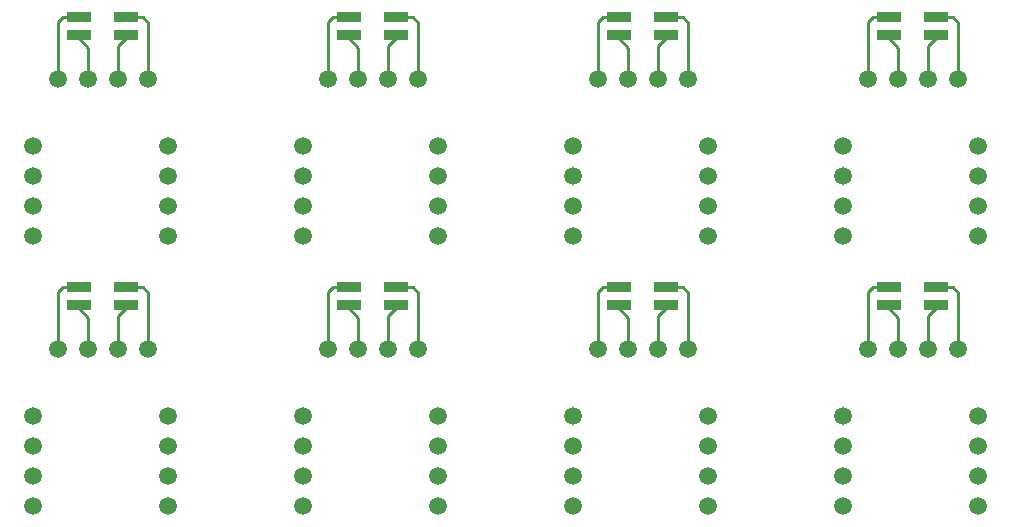
<source format=gbr>
G04 #@! TF.GenerationSoftware,KiCad,Pcbnew,(5.1.4)-1*
G04 #@! TF.CreationDate,2020-02-01T11:21:23-05:00*
G04 #@! TF.ProjectId,bob_ws2811_driver,626f625f-7773-4323-9831-315f64726976,rev?*
G04 #@! TF.SameCoordinates,Original*
G04 #@! TF.FileFunction,Copper,L2,Bot*
G04 #@! TF.FilePolarity,Positive*
%FSLAX46Y46*%
G04 Gerber Fmt 4.6, Leading zero omitted, Abs format (unit mm)*
G04 Created by KiCad (PCBNEW (5.1.4)-1) date 2020-02-01 11:21:23*
%MOMM*%
%LPD*%
G04 APERTURE LIST*
%ADD10R,2.000000X0.899160*%
%ADD11C,1.500000*%
%ADD12C,0.250000*%
G04 APERTURE END LIST*
D10*
X109887000Y-52184300D03*
X109887000Y-50685700D03*
X113887000Y-50685700D03*
X113887000Y-52184300D03*
D11*
X108156000Y-55928000D03*
X110696000Y-55928000D03*
X113236000Y-55928000D03*
X115776000Y-55928000D03*
X117427000Y-61547000D03*
X117427000Y-64087000D03*
X117427000Y-66627000D03*
X117427000Y-69167000D03*
X105997000Y-61547000D03*
X105997000Y-64087000D03*
X105997000Y-66627000D03*
X105997000Y-69167000D03*
X138636000Y-55928000D03*
X136096000Y-55928000D03*
X133556000Y-55928000D03*
X131016000Y-55928000D03*
D10*
X136747000Y-52184300D03*
X136747000Y-50685700D03*
X132747000Y-50685700D03*
X132747000Y-52184300D03*
D11*
X140287000Y-69167000D03*
X140287000Y-66627000D03*
X140287000Y-64087000D03*
X140287000Y-61547000D03*
X128857000Y-69167000D03*
X128857000Y-66627000D03*
X128857000Y-64087000D03*
X128857000Y-61547000D03*
X153876000Y-55928000D03*
X156416000Y-55928000D03*
X158956000Y-55928000D03*
X161496000Y-55928000D03*
D10*
X155607000Y-52184300D03*
X155607000Y-50685700D03*
X159607000Y-50685700D03*
X159607000Y-52184300D03*
D11*
X163147000Y-61547000D03*
X163147000Y-64087000D03*
X163147000Y-66627000D03*
X163147000Y-69167000D03*
X151717000Y-61547000D03*
X151717000Y-64087000D03*
X151717000Y-66627000D03*
X151717000Y-69167000D03*
X186007000Y-69167000D03*
X186007000Y-66627000D03*
X186007000Y-64087000D03*
X186007000Y-61547000D03*
X174577000Y-69167000D03*
X174577000Y-66627000D03*
X174577000Y-64087000D03*
X174577000Y-61547000D03*
X184356000Y-55928000D03*
X181816000Y-55928000D03*
X179276000Y-55928000D03*
X176736000Y-55928000D03*
D10*
X182467000Y-52184300D03*
X182467000Y-50685700D03*
X178467000Y-50685700D03*
X178467000Y-52184300D03*
D11*
X186007000Y-38687000D03*
X186007000Y-41227000D03*
X186007000Y-43767000D03*
X186007000Y-46307000D03*
X174577000Y-38687000D03*
X174577000Y-41227000D03*
X174577000Y-43767000D03*
X174577000Y-46307000D03*
X176736000Y-33068000D03*
X179276000Y-33068000D03*
X181816000Y-33068000D03*
X184356000Y-33068000D03*
D10*
X178467000Y-29324300D03*
X178467000Y-27825700D03*
X182467000Y-27825700D03*
X182467000Y-29324300D03*
D11*
X151717000Y-46307000D03*
X151717000Y-43767000D03*
X151717000Y-41227000D03*
X151717000Y-38687000D03*
X163147000Y-46307000D03*
X163147000Y-43767000D03*
X163147000Y-41227000D03*
X163147000Y-38687000D03*
X161496000Y-33068000D03*
X158956000Y-33068000D03*
X156416000Y-33068000D03*
X153876000Y-33068000D03*
D10*
X159607000Y-29324300D03*
X159607000Y-27825700D03*
X155607000Y-27825700D03*
X155607000Y-29324300D03*
X132747000Y-29324300D03*
X132747000Y-27825700D03*
X136747000Y-27825700D03*
X136747000Y-29324300D03*
D11*
X128857000Y-38687000D03*
X128857000Y-41227000D03*
X128857000Y-43767000D03*
X128857000Y-46307000D03*
X131016000Y-33068000D03*
X133556000Y-33068000D03*
X136096000Y-33068000D03*
X138636000Y-33068000D03*
X140287000Y-38687000D03*
X140287000Y-41227000D03*
X140287000Y-43767000D03*
X140287000Y-46307000D03*
X115776000Y-33068000D03*
X113236000Y-33068000D03*
X110696000Y-33068000D03*
X108156000Y-33068000D03*
D10*
X113887000Y-29324300D03*
X113887000Y-27825700D03*
X109887000Y-27825700D03*
X109887000Y-29324300D03*
D11*
X105997000Y-46307000D03*
X105997000Y-43767000D03*
X105997000Y-41227000D03*
X105997000Y-38687000D03*
X117427000Y-46307000D03*
X117427000Y-43767000D03*
X117427000Y-41227000D03*
X117427000Y-38687000D03*
D12*
X108156000Y-33068000D02*
X108156000Y-28242000D01*
X108572300Y-27825700D02*
X109626400Y-27825700D01*
X108156000Y-28242000D02*
X108572300Y-27825700D01*
X110696000Y-30393900D02*
X109626400Y-29324300D01*
X110696000Y-33068000D02*
X110696000Y-30393900D01*
X113236000Y-30235900D02*
X114147600Y-29324300D01*
X113236000Y-33068000D02*
X113236000Y-30235900D01*
X115776000Y-33068000D02*
X115776000Y-28273000D01*
X115328700Y-27825700D02*
X114147600Y-27825700D01*
X115776000Y-28273000D02*
X115328700Y-27825700D01*
X136096000Y-33068000D02*
X136096000Y-30235900D01*
X138636000Y-28273000D02*
X138188700Y-27825700D01*
X138636000Y-33068000D02*
X138636000Y-28273000D01*
X131432300Y-27825700D02*
X132486400Y-27825700D01*
X131016000Y-28242000D02*
X131432300Y-27825700D01*
X131016000Y-33068000D02*
X131016000Y-28242000D01*
X133556000Y-33068000D02*
X133556000Y-30393900D01*
X133556000Y-30393900D02*
X132486400Y-29324300D01*
X136096000Y-30235900D02*
X137007600Y-29324300D01*
X138188700Y-27825700D02*
X137007600Y-27825700D01*
X158956000Y-30235900D02*
X159867600Y-29324300D01*
X161048700Y-27825700D02*
X159867600Y-27825700D01*
X156416000Y-30393900D02*
X155346400Y-29324300D01*
X161496000Y-33068000D02*
X161496000Y-28273000D01*
X154292300Y-27825700D02*
X155346400Y-27825700D01*
X153876000Y-28242000D02*
X154292300Y-27825700D01*
X153876000Y-33068000D02*
X153876000Y-28242000D01*
X156416000Y-33068000D02*
X156416000Y-30393900D01*
X158956000Y-33068000D02*
X158956000Y-30235900D01*
X161496000Y-28273000D02*
X161048700Y-27825700D01*
X184356000Y-28273000D02*
X183908700Y-27825700D01*
X181816000Y-33068000D02*
X181816000Y-30235900D01*
X179276000Y-33068000D02*
X179276000Y-30393900D01*
X183908700Y-27825700D02*
X182727600Y-27825700D01*
X181816000Y-30235900D02*
X182727600Y-29324300D01*
X176736000Y-33068000D02*
X176736000Y-28242000D01*
X179276000Y-30393900D02*
X178206400Y-29324300D01*
X184356000Y-33068000D02*
X184356000Y-28273000D01*
X177152300Y-27825700D02*
X178206400Y-27825700D01*
X176736000Y-28242000D02*
X177152300Y-27825700D01*
X184356000Y-55928000D02*
X184356000Y-51133000D01*
X177152300Y-50685700D02*
X178206400Y-50685700D01*
X179276000Y-55928000D02*
X179276000Y-53253900D01*
X184356000Y-51133000D02*
X183908700Y-50685700D01*
X181816000Y-53095900D02*
X182727600Y-52184300D01*
X183908700Y-50685700D02*
X182727600Y-50685700D01*
X181816000Y-55928000D02*
X181816000Y-53095900D01*
X179276000Y-53253900D02*
X178206400Y-52184300D01*
X176736000Y-55928000D02*
X176736000Y-51102000D01*
X176736000Y-51102000D02*
X177152300Y-50685700D01*
X154292300Y-50685700D02*
X155346400Y-50685700D01*
X161048700Y-50685700D02*
X159867600Y-50685700D01*
X156416000Y-55928000D02*
X156416000Y-53253900D01*
X156416000Y-53253900D02*
X155346400Y-52184300D01*
X153876000Y-51102000D02*
X154292300Y-50685700D01*
X158956000Y-53095900D02*
X159867600Y-52184300D01*
X153876000Y-55928000D02*
X153876000Y-51102000D01*
X158956000Y-55928000D02*
X158956000Y-53095900D01*
X161496000Y-55928000D02*
X161496000Y-51133000D01*
X161496000Y-51133000D02*
X161048700Y-50685700D01*
X138188700Y-50685700D02*
X137007600Y-50685700D01*
X131432300Y-50685700D02*
X132486400Y-50685700D01*
X133556000Y-53253900D02*
X132486400Y-52184300D01*
X131016000Y-55928000D02*
X131016000Y-51102000D01*
X138636000Y-55928000D02*
X138636000Y-51133000D01*
X131016000Y-51102000D02*
X131432300Y-50685700D01*
X136096000Y-53095900D02*
X137007600Y-52184300D01*
X133556000Y-55928000D02*
X133556000Y-53253900D01*
X136096000Y-55928000D02*
X136096000Y-53095900D01*
X138636000Y-51133000D02*
X138188700Y-50685700D01*
X113236000Y-53095900D02*
X114147600Y-52184300D01*
X110696000Y-55928000D02*
X110696000Y-53253900D01*
X108156000Y-55928000D02*
X108156000Y-51102000D01*
X108572300Y-50685700D02*
X109626400Y-50685700D01*
X108156000Y-51102000D02*
X108572300Y-50685700D01*
X110696000Y-53253900D02*
X109626400Y-52184300D01*
X115328700Y-50685700D02*
X114147600Y-50685700D01*
X115776000Y-55928000D02*
X115776000Y-51133000D01*
X113236000Y-55928000D02*
X113236000Y-53095900D01*
X115776000Y-51133000D02*
X115328700Y-50685700D01*
M02*

</source>
